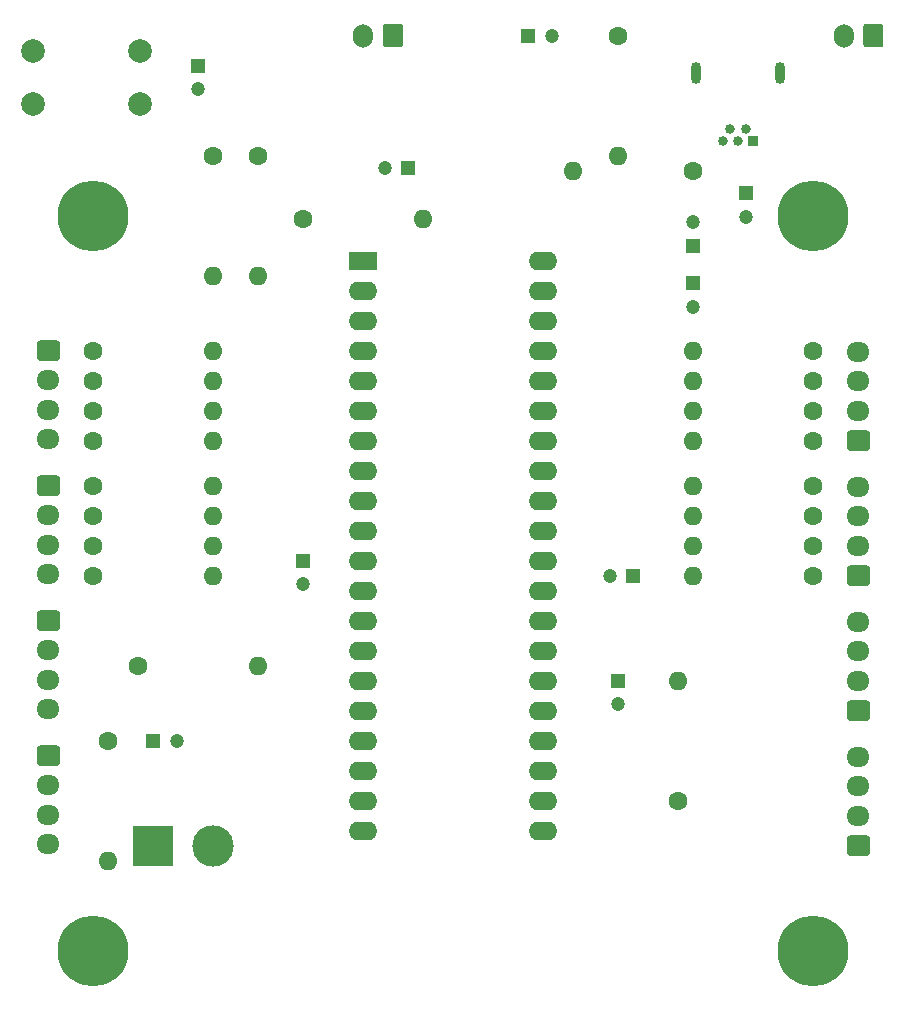
<source format=gbr>
G04 #@! TF.GenerationSoftware,KiCad,Pcbnew,5.1.0-060a0da~80~ubuntu16.04.1*
G04 #@! TF.CreationDate,2019-03-26T00:44:10-06:00*
G04 #@! TF.ProjectId,ARES_PCB_1,41524553-5f50-4434-925f-312e6b696361,rev?*
G04 #@! TF.SameCoordinates,Original*
G04 #@! TF.FileFunction,Soldermask,Bot*
G04 #@! TF.FilePolarity,Negative*
%FSLAX46Y46*%
G04 Gerber Fmt 4.6, Leading zero omitted, Abs format (unit mm)*
G04 Created by KiCad (PCBNEW 5.1.0-060a0da~80~ubuntu16.04.1) date 2019-03-26 00:44:10*
%MOMM*%
%LPD*%
G04 APERTURE LIST*
%ADD10C,6.000000*%
%ADD11C,2.000000*%
%ADD12C,1.600000*%
%ADD13O,1.600000X1.600000*%
%ADD14O,1.700000X2.000000*%
%ADD15C,0.020000*%
%ADD16C,1.700000*%
%ADD17C,3.500120*%
%ADD18R,3.500120X3.500120*%
%ADD19O,1.950000X1.700000*%
%ADD20C,1.200000*%
%ADD21R,1.200000X1.200000*%
%ADD22O,2.400000X1.600000*%
%ADD23R,2.400000X1.600000*%
%ADD24O,0.850000X1.850000*%
%ADD25C,0.840000*%
%ADD26R,0.840000X0.840000*%
G04 APERTURE END LIST*
D10*
X130810000Y-49530000D03*
X130810000Y-111760000D03*
X69850000Y-111760000D03*
X69850000Y-49530000D03*
D11*
X73810000Y-35560000D03*
X73810000Y-40060000D03*
X64770000Y-35560000D03*
X64770000Y-40060000D03*
D12*
X71120000Y-93980000D03*
D13*
X71120000Y-104140000D03*
X83820000Y-87630000D03*
D12*
X73660000Y-87630000D03*
D13*
X119380000Y-88900000D03*
D12*
X119380000Y-99060000D03*
D13*
X97790000Y-49784000D03*
D12*
X87630000Y-49784000D03*
D14*
X133390000Y-34290000D03*
D15*
G36*
X136514504Y-33291204D02*
G01*
X136538773Y-33294804D01*
X136562571Y-33300765D01*
X136585671Y-33309030D01*
X136607849Y-33319520D01*
X136628893Y-33332133D01*
X136648598Y-33346747D01*
X136666777Y-33363223D01*
X136683253Y-33381402D01*
X136697867Y-33401107D01*
X136710480Y-33422151D01*
X136720970Y-33444329D01*
X136729235Y-33467429D01*
X136735196Y-33491227D01*
X136738796Y-33515496D01*
X136740000Y-33540000D01*
X136740000Y-35040000D01*
X136738796Y-35064504D01*
X136735196Y-35088773D01*
X136729235Y-35112571D01*
X136720970Y-35135671D01*
X136710480Y-35157849D01*
X136697867Y-35178893D01*
X136683253Y-35198598D01*
X136666777Y-35216777D01*
X136648598Y-35233253D01*
X136628893Y-35247867D01*
X136607849Y-35260480D01*
X136585671Y-35270970D01*
X136562571Y-35279235D01*
X136538773Y-35285196D01*
X136514504Y-35288796D01*
X136490000Y-35290000D01*
X135290000Y-35290000D01*
X135265496Y-35288796D01*
X135241227Y-35285196D01*
X135217429Y-35279235D01*
X135194329Y-35270970D01*
X135172151Y-35260480D01*
X135151107Y-35247867D01*
X135131402Y-35233253D01*
X135113223Y-35216777D01*
X135096747Y-35198598D01*
X135082133Y-35178893D01*
X135069520Y-35157849D01*
X135059030Y-35135671D01*
X135050765Y-35112571D01*
X135044804Y-35088773D01*
X135041204Y-35064504D01*
X135040000Y-35040000D01*
X135040000Y-33540000D01*
X135041204Y-33515496D01*
X135044804Y-33491227D01*
X135050765Y-33467429D01*
X135059030Y-33444329D01*
X135069520Y-33422151D01*
X135082133Y-33401107D01*
X135096747Y-33381402D01*
X135113223Y-33363223D01*
X135131402Y-33346747D01*
X135151107Y-33332133D01*
X135172151Y-33319520D01*
X135194329Y-33309030D01*
X135217429Y-33300765D01*
X135241227Y-33294804D01*
X135265496Y-33291204D01*
X135290000Y-33290000D01*
X136490000Y-33290000D01*
X136514504Y-33291204D01*
X136514504Y-33291204D01*
G37*
D16*
X135890000Y-34290000D03*
D17*
X80010000Y-102870000D03*
D18*
X74930000Y-102870000D03*
D19*
X134620000Y-61080000D03*
X134620000Y-63580000D03*
X134620000Y-66080000D03*
D15*
G36*
X135369504Y-67731204D02*
G01*
X135393773Y-67734804D01*
X135417571Y-67740765D01*
X135440671Y-67749030D01*
X135462849Y-67759520D01*
X135483893Y-67772133D01*
X135503598Y-67786747D01*
X135521777Y-67803223D01*
X135538253Y-67821402D01*
X135552867Y-67841107D01*
X135565480Y-67862151D01*
X135575970Y-67884329D01*
X135584235Y-67907429D01*
X135590196Y-67931227D01*
X135593796Y-67955496D01*
X135595000Y-67980000D01*
X135595000Y-69180000D01*
X135593796Y-69204504D01*
X135590196Y-69228773D01*
X135584235Y-69252571D01*
X135575970Y-69275671D01*
X135565480Y-69297849D01*
X135552867Y-69318893D01*
X135538253Y-69338598D01*
X135521777Y-69356777D01*
X135503598Y-69373253D01*
X135483893Y-69387867D01*
X135462849Y-69400480D01*
X135440671Y-69410970D01*
X135417571Y-69419235D01*
X135393773Y-69425196D01*
X135369504Y-69428796D01*
X135345000Y-69430000D01*
X133895000Y-69430000D01*
X133870496Y-69428796D01*
X133846227Y-69425196D01*
X133822429Y-69419235D01*
X133799329Y-69410970D01*
X133777151Y-69400480D01*
X133756107Y-69387867D01*
X133736402Y-69373253D01*
X133718223Y-69356777D01*
X133701747Y-69338598D01*
X133687133Y-69318893D01*
X133674520Y-69297849D01*
X133664030Y-69275671D01*
X133655765Y-69252571D01*
X133649804Y-69228773D01*
X133646204Y-69204504D01*
X133645000Y-69180000D01*
X133645000Y-67980000D01*
X133646204Y-67955496D01*
X133649804Y-67931227D01*
X133655765Y-67907429D01*
X133664030Y-67884329D01*
X133674520Y-67862151D01*
X133687133Y-67841107D01*
X133701747Y-67821402D01*
X133718223Y-67803223D01*
X133736402Y-67786747D01*
X133756107Y-67772133D01*
X133777151Y-67759520D01*
X133799329Y-67749030D01*
X133822429Y-67740765D01*
X133846227Y-67734804D01*
X133870496Y-67731204D01*
X133895000Y-67730000D01*
X135345000Y-67730000D01*
X135369504Y-67731204D01*
X135369504Y-67731204D01*
G37*
D16*
X134620000Y-68580000D03*
D19*
X134620000Y-72510000D03*
X134620000Y-75010000D03*
X134620000Y-77510000D03*
D15*
G36*
X135369504Y-79161204D02*
G01*
X135393773Y-79164804D01*
X135417571Y-79170765D01*
X135440671Y-79179030D01*
X135462849Y-79189520D01*
X135483893Y-79202133D01*
X135503598Y-79216747D01*
X135521777Y-79233223D01*
X135538253Y-79251402D01*
X135552867Y-79271107D01*
X135565480Y-79292151D01*
X135575970Y-79314329D01*
X135584235Y-79337429D01*
X135590196Y-79361227D01*
X135593796Y-79385496D01*
X135595000Y-79410000D01*
X135595000Y-80610000D01*
X135593796Y-80634504D01*
X135590196Y-80658773D01*
X135584235Y-80682571D01*
X135575970Y-80705671D01*
X135565480Y-80727849D01*
X135552867Y-80748893D01*
X135538253Y-80768598D01*
X135521777Y-80786777D01*
X135503598Y-80803253D01*
X135483893Y-80817867D01*
X135462849Y-80830480D01*
X135440671Y-80840970D01*
X135417571Y-80849235D01*
X135393773Y-80855196D01*
X135369504Y-80858796D01*
X135345000Y-80860000D01*
X133895000Y-80860000D01*
X133870496Y-80858796D01*
X133846227Y-80855196D01*
X133822429Y-80849235D01*
X133799329Y-80840970D01*
X133777151Y-80830480D01*
X133756107Y-80817867D01*
X133736402Y-80803253D01*
X133718223Y-80786777D01*
X133701747Y-80768598D01*
X133687133Y-80748893D01*
X133674520Y-80727849D01*
X133664030Y-80705671D01*
X133655765Y-80682571D01*
X133649804Y-80658773D01*
X133646204Y-80634504D01*
X133645000Y-80610000D01*
X133645000Y-79410000D01*
X133646204Y-79385496D01*
X133649804Y-79361227D01*
X133655765Y-79337429D01*
X133664030Y-79314329D01*
X133674520Y-79292151D01*
X133687133Y-79271107D01*
X133701747Y-79251402D01*
X133718223Y-79233223D01*
X133736402Y-79216747D01*
X133756107Y-79202133D01*
X133777151Y-79189520D01*
X133799329Y-79179030D01*
X133822429Y-79170765D01*
X133846227Y-79164804D01*
X133870496Y-79161204D01*
X133895000Y-79160000D01*
X135345000Y-79160000D01*
X135369504Y-79161204D01*
X135369504Y-79161204D01*
G37*
D16*
X134620000Y-80010000D03*
D15*
G36*
X135369504Y-102021204D02*
G01*
X135393773Y-102024804D01*
X135417571Y-102030765D01*
X135440671Y-102039030D01*
X135462849Y-102049520D01*
X135483893Y-102062133D01*
X135503598Y-102076747D01*
X135521777Y-102093223D01*
X135538253Y-102111402D01*
X135552867Y-102131107D01*
X135565480Y-102152151D01*
X135575970Y-102174329D01*
X135584235Y-102197429D01*
X135590196Y-102221227D01*
X135593796Y-102245496D01*
X135595000Y-102270000D01*
X135595000Y-103470000D01*
X135593796Y-103494504D01*
X135590196Y-103518773D01*
X135584235Y-103542571D01*
X135575970Y-103565671D01*
X135565480Y-103587849D01*
X135552867Y-103608893D01*
X135538253Y-103628598D01*
X135521777Y-103646777D01*
X135503598Y-103663253D01*
X135483893Y-103677867D01*
X135462849Y-103690480D01*
X135440671Y-103700970D01*
X135417571Y-103709235D01*
X135393773Y-103715196D01*
X135369504Y-103718796D01*
X135345000Y-103720000D01*
X133895000Y-103720000D01*
X133870496Y-103718796D01*
X133846227Y-103715196D01*
X133822429Y-103709235D01*
X133799329Y-103700970D01*
X133777151Y-103690480D01*
X133756107Y-103677867D01*
X133736402Y-103663253D01*
X133718223Y-103646777D01*
X133701747Y-103628598D01*
X133687133Y-103608893D01*
X133674520Y-103587849D01*
X133664030Y-103565671D01*
X133655765Y-103542571D01*
X133649804Y-103518773D01*
X133646204Y-103494504D01*
X133645000Y-103470000D01*
X133645000Y-102270000D01*
X133646204Y-102245496D01*
X133649804Y-102221227D01*
X133655765Y-102197429D01*
X133664030Y-102174329D01*
X133674520Y-102152151D01*
X133687133Y-102131107D01*
X133701747Y-102111402D01*
X133718223Y-102093223D01*
X133736402Y-102076747D01*
X133756107Y-102062133D01*
X133777151Y-102049520D01*
X133799329Y-102039030D01*
X133822429Y-102030765D01*
X133846227Y-102024804D01*
X133870496Y-102021204D01*
X133895000Y-102020000D01*
X135345000Y-102020000D01*
X135369504Y-102021204D01*
X135369504Y-102021204D01*
G37*
D16*
X134620000Y-102870000D03*
D19*
X134620000Y-100370000D03*
X134620000Y-97870000D03*
X134620000Y-95370000D03*
X66040000Y-102750000D03*
X66040000Y-100250000D03*
X66040000Y-97750000D03*
D15*
G36*
X66789504Y-94401204D02*
G01*
X66813773Y-94404804D01*
X66837571Y-94410765D01*
X66860671Y-94419030D01*
X66882849Y-94429520D01*
X66903893Y-94442133D01*
X66923598Y-94456747D01*
X66941777Y-94473223D01*
X66958253Y-94491402D01*
X66972867Y-94511107D01*
X66985480Y-94532151D01*
X66995970Y-94554329D01*
X67004235Y-94577429D01*
X67010196Y-94601227D01*
X67013796Y-94625496D01*
X67015000Y-94650000D01*
X67015000Y-95850000D01*
X67013796Y-95874504D01*
X67010196Y-95898773D01*
X67004235Y-95922571D01*
X66995970Y-95945671D01*
X66985480Y-95967849D01*
X66972867Y-95988893D01*
X66958253Y-96008598D01*
X66941777Y-96026777D01*
X66923598Y-96043253D01*
X66903893Y-96057867D01*
X66882849Y-96070480D01*
X66860671Y-96080970D01*
X66837571Y-96089235D01*
X66813773Y-96095196D01*
X66789504Y-96098796D01*
X66765000Y-96100000D01*
X65315000Y-96100000D01*
X65290496Y-96098796D01*
X65266227Y-96095196D01*
X65242429Y-96089235D01*
X65219329Y-96080970D01*
X65197151Y-96070480D01*
X65176107Y-96057867D01*
X65156402Y-96043253D01*
X65138223Y-96026777D01*
X65121747Y-96008598D01*
X65107133Y-95988893D01*
X65094520Y-95967849D01*
X65084030Y-95945671D01*
X65075765Y-95922571D01*
X65069804Y-95898773D01*
X65066204Y-95874504D01*
X65065000Y-95850000D01*
X65065000Y-94650000D01*
X65066204Y-94625496D01*
X65069804Y-94601227D01*
X65075765Y-94577429D01*
X65084030Y-94554329D01*
X65094520Y-94532151D01*
X65107133Y-94511107D01*
X65121747Y-94491402D01*
X65138223Y-94473223D01*
X65156402Y-94456747D01*
X65176107Y-94442133D01*
X65197151Y-94429520D01*
X65219329Y-94419030D01*
X65242429Y-94410765D01*
X65266227Y-94404804D01*
X65290496Y-94401204D01*
X65315000Y-94400000D01*
X66765000Y-94400000D01*
X66789504Y-94401204D01*
X66789504Y-94401204D01*
G37*
D16*
X66040000Y-95250000D03*
D14*
X92710000Y-34290000D03*
D15*
G36*
X95834504Y-33291204D02*
G01*
X95858773Y-33294804D01*
X95882571Y-33300765D01*
X95905671Y-33309030D01*
X95927849Y-33319520D01*
X95948893Y-33332133D01*
X95968598Y-33346747D01*
X95986777Y-33363223D01*
X96003253Y-33381402D01*
X96017867Y-33401107D01*
X96030480Y-33422151D01*
X96040970Y-33444329D01*
X96049235Y-33467429D01*
X96055196Y-33491227D01*
X96058796Y-33515496D01*
X96060000Y-33540000D01*
X96060000Y-35040000D01*
X96058796Y-35064504D01*
X96055196Y-35088773D01*
X96049235Y-35112571D01*
X96040970Y-35135671D01*
X96030480Y-35157849D01*
X96017867Y-35178893D01*
X96003253Y-35198598D01*
X95986777Y-35216777D01*
X95968598Y-35233253D01*
X95948893Y-35247867D01*
X95927849Y-35260480D01*
X95905671Y-35270970D01*
X95882571Y-35279235D01*
X95858773Y-35285196D01*
X95834504Y-35288796D01*
X95810000Y-35290000D01*
X94610000Y-35290000D01*
X94585496Y-35288796D01*
X94561227Y-35285196D01*
X94537429Y-35279235D01*
X94514329Y-35270970D01*
X94492151Y-35260480D01*
X94471107Y-35247867D01*
X94451402Y-35233253D01*
X94433223Y-35216777D01*
X94416747Y-35198598D01*
X94402133Y-35178893D01*
X94389520Y-35157849D01*
X94379030Y-35135671D01*
X94370765Y-35112571D01*
X94364804Y-35088773D01*
X94361204Y-35064504D01*
X94360000Y-35040000D01*
X94360000Y-33540000D01*
X94361204Y-33515496D01*
X94364804Y-33491227D01*
X94370765Y-33467429D01*
X94379030Y-33444329D01*
X94389520Y-33422151D01*
X94402133Y-33401107D01*
X94416747Y-33381402D01*
X94433223Y-33363223D01*
X94451402Y-33346747D01*
X94471107Y-33332133D01*
X94492151Y-33319520D01*
X94514329Y-33309030D01*
X94537429Y-33300765D01*
X94561227Y-33294804D01*
X94585496Y-33291204D01*
X94610000Y-33290000D01*
X95810000Y-33290000D01*
X95834504Y-33291204D01*
X95834504Y-33291204D01*
G37*
D16*
X95210000Y-34290000D03*
D19*
X134620000Y-83940000D03*
X134620000Y-86440000D03*
X134620000Y-88940000D03*
D15*
G36*
X135369504Y-90591204D02*
G01*
X135393773Y-90594804D01*
X135417571Y-90600765D01*
X135440671Y-90609030D01*
X135462849Y-90619520D01*
X135483893Y-90632133D01*
X135503598Y-90646747D01*
X135521777Y-90663223D01*
X135538253Y-90681402D01*
X135552867Y-90701107D01*
X135565480Y-90722151D01*
X135575970Y-90744329D01*
X135584235Y-90767429D01*
X135590196Y-90791227D01*
X135593796Y-90815496D01*
X135595000Y-90840000D01*
X135595000Y-92040000D01*
X135593796Y-92064504D01*
X135590196Y-92088773D01*
X135584235Y-92112571D01*
X135575970Y-92135671D01*
X135565480Y-92157849D01*
X135552867Y-92178893D01*
X135538253Y-92198598D01*
X135521777Y-92216777D01*
X135503598Y-92233253D01*
X135483893Y-92247867D01*
X135462849Y-92260480D01*
X135440671Y-92270970D01*
X135417571Y-92279235D01*
X135393773Y-92285196D01*
X135369504Y-92288796D01*
X135345000Y-92290000D01*
X133895000Y-92290000D01*
X133870496Y-92288796D01*
X133846227Y-92285196D01*
X133822429Y-92279235D01*
X133799329Y-92270970D01*
X133777151Y-92260480D01*
X133756107Y-92247867D01*
X133736402Y-92233253D01*
X133718223Y-92216777D01*
X133701747Y-92198598D01*
X133687133Y-92178893D01*
X133674520Y-92157849D01*
X133664030Y-92135671D01*
X133655765Y-92112571D01*
X133649804Y-92088773D01*
X133646204Y-92064504D01*
X133645000Y-92040000D01*
X133645000Y-90840000D01*
X133646204Y-90815496D01*
X133649804Y-90791227D01*
X133655765Y-90767429D01*
X133664030Y-90744329D01*
X133674520Y-90722151D01*
X133687133Y-90701107D01*
X133701747Y-90681402D01*
X133718223Y-90663223D01*
X133736402Y-90646747D01*
X133756107Y-90632133D01*
X133777151Y-90619520D01*
X133799329Y-90609030D01*
X133822429Y-90600765D01*
X133846227Y-90594804D01*
X133870496Y-90591204D01*
X133895000Y-90590000D01*
X135345000Y-90590000D01*
X135369504Y-90591204D01*
X135369504Y-90591204D01*
G37*
D16*
X134620000Y-91440000D03*
D19*
X66040000Y-91320000D03*
X66040000Y-88820000D03*
X66040000Y-86320000D03*
D15*
G36*
X66789504Y-82971204D02*
G01*
X66813773Y-82974804D01*
X66837571Y-82980765D01*
X66860671Y-82989030D01*
X66882849Y-82999520D01*
X66903893Y-83012133D01*
X66923598Y-83026747D01*
X66941777Y-83043223D01*
X66958253Y-83061402D01*
X66972867Y-83081107D01*
X66985480Y-83102151D01*
X66995970Y-83124329D01*
X67004235Y-83147429D01*
X67010196Y-83171227D01*
X67013796Y-83195496D01*
X67015000Y-83220000D01*
X67015000Y-84420000D01*
X67013796Y-84444504D01*
X67010196Y-84468773D01*
X67004235Y-84492571D01*
X66995970Y-84515671D01*
X66985480Y-84537849D01*
X66972867Y-84558893D01*
X66958253Y-84578598D01*
X66941777Y-84596777D01*
X66923598Y-84613253D01*
X66903893Y-84627867D01*
X66882849Y-84640480D01*
X66860671Y-84650970D01*
X66837571Y-84659235D01*
X66813773Y-84665196D01*
X66789504Y-84668796D01*
X66765000Y-84670000D01*
X65315000Y-84670000D01*
X65290496Y-84668796D01*
X65266227Y-84665196D01*
X65242429Y-84659235D01*
X65219329Y-84650970D01*
X65197151Y-84640480D01*
X65176107Y-84627867D01*
X65156402Y-84613253D01*
X65138223Y-84596777D01*
X65121747Y-84578598D01*
X65107133Y-84558893D01*
X65094520Y-84537849D01*
X65084030Y-84515671D01*
X65075765Y-84492571D01*
X65069804Y-84468773D01*
X65066204Y-84444504D01*
X65065000Y-84420000D01*
X65065000Y-83220000D01*
X65066204Y-83195496D01*
X65069804Y-83171227D01*
X65075765Y-83147429D01*
X65084030Y-83124329D01*
X65094520Y-83102151D01*
X65107133Y-83081107D01*
X65121747Y-83061402D01*
X65138223Y-83043223D01*
X65156402Y-83026747D01*
X65176107Y-83012133D01*
X65197151Y-82999520D01*
X65219329Y-82989030D01*
X65242429Y-82980765D01*
X65266227Y-82974804D01*
X65290496Y-82971204D01*
X65315000Y-82970000D01*
X66765000Y-82970000D01*
X66789504Y-82971204D01*
X66789504Y-82971204D01*
G37*
D16*
X66040000Y-83820000D03*
D19*
X66040000Y-79890000D03*
X66040000Y-77390000D03*
X66040000Y-74890000D03*
D15*
G36*
X66789504Y-71541204D02*
G01*
X66813773Y-71544804D01*
X66837571Y-71550765D01*
X66860671Y-71559030D01*
X66882849Y-71569520D01*
X66903893Y-71582133D01*
X66923598Y-71596747D01*
X66941777Y-71613223D01*
X66958253Y-71631402D01*
X66972867Y-71651107D01*
X66985480Y-71672151D01*
X66995970Y-71694329D01*
X67004235Y-71717429D01*
X67010196Y-71741227D01*
X67013796Y-71765496D01*
X67015000Y-71790000D01*
X67015000Y-72990000D01*
X67013796Y-73014504D01*
X67010196Y-73038773D01*
X67004235Y-73062571D01*
X66995970Y-73085671D01*
X66985480Y-73107849D01*
X66972867Y-73128893D01*
X66958253Y-73148598D01*
X66941777Y-73166777D01*
X66923598Y-73183253D01*
X66903893Y-73197867D01*
X66882849Y-73210480D01*
X66860671Y-73220970D01*
X66837571Y-73229235D01*
X66813773Y-73235196D01*
X66789504Y-73238796D01*
X66765000Y-73240000D01*
X65315000Y-73240000D01*
X65290496Y-73238796D01*
X65266227Y-73235196D01*
X65242429Y-73229235D01*
X65219329Y-73220970D01*
X65197151Y-73210480D01*
X65176107Y-73197867D01*
X65156402Y-73183253D01*
X65138223Y-73166777D01*
X65121747Y-73148598D01*
X65107133Y-73128893D01*
X65094520Y-73107849D01*
X65084030Y-73085671D01*
X65075765Y-73062571D01*
X65069804Y-73038773D01*
X65066204Y-73014504D01*
X65065000Y-72990000D01*
X65065000Y-71790000D01*
X65066204Y-71765496D01*
X65069804Y-71741227D01*
X65075765Y-71717429D01*
X65084030Y-71694329D01*
X65094520Y-71672151D01*
X65107133Y-71651107D01*
X65121747Y-71631402D01*
X65138223Y-71613223D01*
X65156402Y-71596747D01*
X65176107Y-71582133D01*
X65197151Y-71569520D01*
X65219329Y-71559030D01*
X65242429Y-71550765D01*
X65266227Y-71544804D01*
X65290496Y-71541204D01*
X65315000Y-71540000D01*
X66765000Y-71540000D01*
X66789504Y-71541204D01*
X66789504Y-71541204D01*
G37*
D16*
X66040000Y-72390000D03*
D19*
X66040000Y-68460000D03*
X66040000Y-65960000D03*
X66040000Y-63460000D03*
D15*
G36*
X66789504Y-60111204D02*
G01*
X66813773Y-60114804D01*
X66837571Y-60120765D01*
X66860671Y-60129030D01*
X66882849Y-60139520D01*
X66903893Y-60152133D01*
X66923598Y-60166747D01*
X66941777Y-60183223D01*
X66958253Y-60201402D01*
X66972867Y-60221107D01*
X66985480Y-60242151D01*
X66995970Y-60264329D01*
X67004235Y-60287429D01*
X67010196Y-60311227D01*
X67013796Y-60335496D01*
X67015000Y-60360000D01*
X67015000Y-61560000D01*
X67013796Y-61584504D01*
X67010196Y-61608773D01*
X67004235Y-61632571D01*
X66995970Y-61655671D01*
X66985480Y-61677849D01*
X66972867Y-61698893D01*
X66958253Y-61718598D01*
X66941777Y-61736777D01*
X66923598Y-61753253D01*
X66903893Y-61767867D01*
X66882849Y-61780480D01*
X66860671Y-61790970D01*
X66837571Y-61799235D01*
X66813773Y-61805196D01*
X66789504Y-61808796D01*
X66765000Y-61810000D01*
X65315000Y-61810000D01*
X65290496Y-61808796D01*
X65266227Y-61805196D01*
X65242429Y-61799235D01*
X65219329Y-61790970D01*
X65197151Y-61780480D01*
X65176107Y-61767867D01*
X65156402Y-61753253D01*
X65138223Y-61736777D01*
X65121747Y-61718598D01*
X65107133Y-61698893D01*
X65094520Y-61677849D01*
X65084030Y-61655671D01*
X65075765Y-61632571D01*
X65069804Y-61608773D01*
X65066204Y-61584504D01*
X65065000Y-61560000D01*
X65065000Y-60360000D01*
X65066204Y-60335496D01*
X65069804Y-60311227D01*
X65075765Y-60287429D01*
X65084030Y-60264329D01*
X65094520Y-60242151D01*
X65107133Y-60221107D01*
X65121747Y-60201402D01*
X65138223Y-60183223D01*
X65156402Y-60166747D01*
X65176107Y-60152133D01*
X65197151Y-60139520D01*
X65219329Y-60129030D01*
X65242429Y-60120765D01*
X65266227Y-60114804D01*
X65290496Y-60111204D01*
X65315000Y-60110000D01*
X66765000Y-60110000D01*
X66789504Y-60111204D01*
X66789504Y-60111204D01*
G37*
D16*
X66040000Y-60960000D03*
D20*
X76930000Y-93980000D03*
D21*
X74930000Y-93980000D03*
D20*
X114300000Y-90900000D03*
D21*
X114300000Y-88900000D03*
D20*
X94520000Y-45466000D03*
D21*
X96520000Y-45466000D03*
D20*
X78740000Y-38830000D03*
D21*
X78740000Y-36830000D03*
D22*
X107950000Y-53340000D03*
X92710000Y-101600000D03*
X107950000Y-55880000D03*
X92710000Y-99060000D03*
X107950000Y-58420000D03*
X92710000Y-96520000D03*
X107950000Y-60960000D03*
X92710000Y-93980000D03*
X107950000Y-63500000D03*
X92710000Y-91440000D03*
X107950000Y-66040000D03*
X92710000Y-88900000D03*
X107950000Y-68580000D03*
X92710000Y-86360000D03*
X107950000Y-71120000D03*
X92710000Y-83820000D03*
X107950000Y-73660000D03*
X92710000Y-81280000D03*
X107950000Y-76200000D03*
X92710000Y-78740000D03*
X107950000Y-78740000D03*
X92710000Y-76200000D03*
X107950000Y-81280000D03*
X92710000Y-73660000D03*
X107950000Y-83820000D03*
X92710000Y-71120000D03*
X107950000Y-86360000D03*
X92710000Y-68580000D03*
X107950000Y-88900000D03*
X92710000Y-66040000D03*
X107950000Y-91440000D03*
X92710000Y-63500000D03*
X107950000Y-93980000D03*
X92710000Y-60960000D03*
X107950000Y-96520000D03*
X92710000Y-58420000D03*
X107950000Y-99060000D03*
X92710000Y-55880000D03*
X107950000Y-101600000D03*
D23*
X92710000Y-53340000D03*
D13*
X120650000Y-60960000D03*
D12*
X130810000Y-60960000D03*
D13*
X120650000Y-63500000D03*
D12*
X130810000Y-63500000D03*
D13*
X120650000Y-66040000D03*
D12*
X130810000Y-66040000D03*
D13*
X120650000Y-68580000D03*
D12*
X130810000Y-68580000D03*
D13*
X120650000Y-72390000D03*
D12*
X130810000Y-72390000D03*
D13*
X120650000Y-74930000D03*
D12*
X130810000Y-74930000D03*
D13*
X120650000Y-77470000D03*
D12*
X130810000Y-77470000D03*
D13*
X120650000Y-80010000D03*
D12*
X130810000Y-80010000D03*
D13*
X110490000Y-45720000D03*
D12*
X120650000Y-45720000D03*
D13*
X80010000Y-54610000D03*
D12*
X80010000Y-44450000D03*
D13*
X114300000Y-44450000D03*
D12*
X114300000Y-34290000D03*
D13*
X83820000Y-54610000D03*
D12*
X83820000Y-44450000D03*
D13*
X80010000Y-80010000D03*
D12*
X69850000Y-80010000D03*
D13*
X80010000Y-77470000D03*
D12*
X69850000Y-77470000D03*
D13*
X80010000Y-74930000D03*
D12*
X69850000Y-74930000D03*
D13*
X80010000Y-72390000D03*
D12*
X69850000Y-72390000D03*
D13*
X80010000Y-68580000D03*
D12*
X69850000Y-68580000D03*
X69850000Y-66040000D03*
D13*
X80010000Y-66040000D03*
X80010000Y-63500000D03*
D12*
X69850000Y-63500000D03*
D13*
X80010000Y-60960000D03*
D12*
X69850000Y-60960000D03*
D24*
X120855000Y-37465000D03*
X128005000Y-37465000D03*
D25*
X123130000Y-43180000D03*
X123780000Y-42180000D03*
X124430000Y-43180000D03*
X125080000Y-42180000D03*
D26*
X125730000Y-43180000D03*
D20*
X125095000Y-49625000D03*
D21*
X125095000Y-47625000D03*
D20*
X113570000Y-80010000D03*
D21*
X115570000Y-80010000D03*
D20*
X87630000Y-80740000D03*
D21*
X87630000Y-78740000D03*
D20*
X120650000Y-57245000D03*
D21*
X120650000Y-55245000D03*
D20*
X120650000Y-50070000D03*
D21*
X120650000Y-52070000D03*
D20*
X108680000Y-34290000D03*
D21*
X106680000Y-34290000D03*
M02*

</source>
